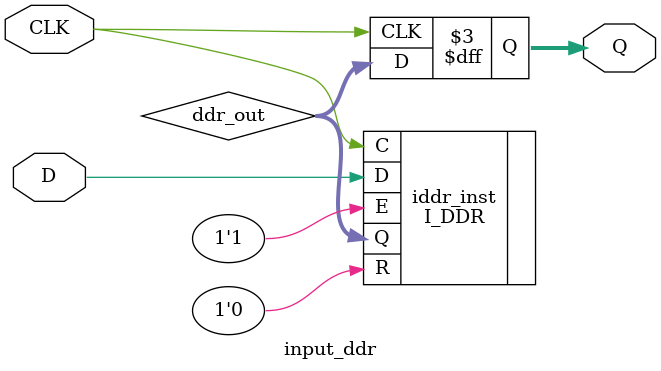
<source format=v>
`timescale 1ns/1ps

module input_ddr (
  input  D,
  input CLK,
  output reg [1:0] Q = 2'b00
);

  wire [1:0] ddr_out;
  
  always @(posedge CLK)
    Q <= ddr_out;

  I_DDR iddr_inst (
    .D(D),
	.R(1'b0),
	.E(1'b1),
	.C(CLK),
	.Q(ddr_out));  //  Q is a 2-bit output

endmodule
</source>
